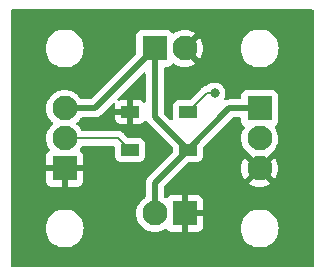
<source format=gbr>
%TF.GenerationSoftware,KiCad,Pcbnew,(6.0.7)*%
%TF.CreationDate,2022-11-13T21:56:09+01:00*%
%TF.ProjectId,LED Matrix,4c454420-4d61-4747-9269-782e6b696361,rev?*%
%TF.SameCoordinates,Original*%
%TF.FileFunction,Copper,L1,Top*%
%TF.FilePolarity,Positive*%
%FSLAX46Y46*%
G04 Gerber Fmt 4.6, Leading zero omitted, Abs format (unit mm)*
G04 Created by KiCad (PCBNEW (6.0.7)) date 2022-11-13 21:56:09*
%MOMM*%
%LPD*%
G01*
G04 APERTURE LIST*
%TA.AperFunction,SMDPad,CuDef*%
%ADD10R,1.500000X1.000000*%
%TD*%
%TA.AperFunction,ComponentPad*%
%ADD11R,2.100000X2.100000*%
%TD*%
%TA.AperFunction,ComponentPad*%
%ADD12C,2.100000*%
%TD*%
%TA.AperFunction,ViaPad*%
%ADD13C,0.800000*%
%TD*%
%TA.AperFunction,Conductor*%
%ADD14C,0.200000*%
%TD*%
%TA.AperFunction,Conductor*%
%ADD15C,0.500000*%
%TD*%
G04 APERTURE END LIST*
D10*
%TO.P,Pix1,1,VSS*%
%TO.N,/PixelSide/gnd*%
X119825000Y-87945000D03*
%TO.P,Pix1,2,DIN*%
%TO.N,/PixelSide/Data*%
X119825000Y-91145000D03*
%TO.P,Pix1,3,VDD*%
%TO.N,/PixelSide/5V*%
X124725000Y-91145000D03*
%TO.P,Pix1,4,DOUT*%
%TO.N,Net-(Out1-Pad2)*%
X124725000Y-87945000D03*
%TD*%
D11*
%TO.P,Out,1,Pin_1*%
%TO.N,/PixelSide/5V*%
X130810000Y-87630000D03*
D12*
%TO.P,Out,2,Pin_2*%
%TO.N,Net-(Out1-Pad2)*%
X130810000Y-90170000D03*
%TO.P,Out,3,Pin_3*%
%TO.N,/PixelSide/gnd*%
X130810000Y-92710000D03*
%TD*%
D11*
%TO.P,Top,1,Pin_1*%
%TO.N,/PixelSide/5V*%
X121920000Y-82550000D03*
D12*
%TO.P,Top,2,Pin_2*%
%TO.N,/PixelSide/gnd*%
X124460000Y-82550000D03*
%TD*%
D11*
%TO.P,Bottom,1,Pin_1*%
%TO.N,/PixelSide/gnd*%
X124460000Y-96520000D03*
D12*
%TO.P,Bottom,2,Pin_2*%
%TO.N,/PixelSide/5V*%
X121920000Y-96520000D03*
%TD*%
D11*
%TO.P,In,1,Pin_1*%
%TO.N,/PixelSide/gnd*%
X114300000Y-92710000D03*
D12*
%TO.P,In,2,Pin_2*%
%TO.N,/PixelSide/Data*%
X114300000Y-90170000D03*
%TO.P,In,3,Pin_3*%
%TO.N,/PixelSide/5V*%
X114300000Y-87630000D03*
%TD*%
D13*
%TO.N,Net-(Out1-Pad2)*%
X127000000Y-86360000D03*
%TD*%
D14*
%TO.N,Net-(Out1-Pad2)*%
X126310000Y-86360000D02*
X127000000Y-86360000D01*
X124725000Y-87945000D02*
X126310000Y-86360000D01*
%TO.N,/PixelSide/Data*%
X118850000Y-90170000D02*
X119825000Y-91145000D01*
X114300000Y-90170000D02*
X118850000Y-90170000D01*
D15*
%TO.N,/PixelSide/5V*%
X121920000Y-93950000D02*
X121920000Y-96520000D01*
X124725000Y-91145000D02*
X121920000Y-93950000D01*
X121920000Y-82550000D02*
X121920000Y-88340000D01*
X121920000Y-88340000D02*
X124725000Y-91145000D01*
X128240000Y-87630000D02*
X124725000Y-91145000D01*
X130810000Y-87630000D02*
X128240000Y-87630000D01*
X116840000Y-87630000D02*
X121920000Y-82550000D01*
X114300000Y-87630000D02*
X116840000Y-87630000D01*
%TD*%
%TA.AperFunction,Conductor*%
%TO.N,/PixelSide/gnd*%
G36*
X135323621Y-79268502D02*
G01*
X135370114Y-79322158D01*
X135381500Y-79374500D01*
X135381500Y-100965500D01*
X135361498Y-101033621D01*
X135307842Y-101080114D01*
X135255500Y-101091500D01*
X109854500Y-101091500D01*
X109786379Y-101071498D01*
X109739886Y-101017842D01*
X109728500Y-100965500D01*
X109728500Y-97790000D01*
X112686526Y-97790000D01*
X112706391Y-98042403D01*
X112707545Y-98047210D01*
X112707546Y-98047216D01*
X112716214Y-98083319D01*
X112765495Y-98288591D01*
X112862384Y-98522502D01*
X112994672Y-98738376D01*
X113159102Y-98930898D01*
X113351624Y-99095328D01*
X113567498Y-99227616D01*
X113572068Y-99229509D01*
X113572072Y-99229511D01*
X113796836Y-99322611D01*
X113801409Y-99324505D01*
X113886032Y-99344821D01*
X114042784Y-99382454D01*
X114042790Y-99382455D01*
X114047597Y-99383609D01*
X114147416Y-99391465D01*
X114234345Y-99398307D01*
X114234352Y-99398307D01*
X114236801Y-99398500D01*
X114363199Y-99398500D01*
X114365648Y-99398307D01*
X114365655Y-99398307D01*
X114452584Y-99391465D01*
X114552403Y-99383609D01*
X114557210Y-99382455D01*
X114557216Y-99382454D01*
X114713968Y-99344821D01*
X114798591Y-99324505D01*
X114803164Y-99322611D01*
X115027928Y-99229511D01*
X115027932Y-99229509D01*
X115032502Y-99227616D01*
X115248376Y-99095328D01*
X115440898Y-98930898D01*
X115605328Y-98738376D01*
X115737616Y-98522502D01*
X115834505Y-98288591D01*
X115883786Y-98083319D01*
X115892454Y-98047216D01*
X115892455Y-98047210D01*
X115893609Y-98042403D01*
X115913474Y-97790000D01*
X115893609Y-97537597D01*
X115834505Y-97291409D01*
X115737616Y-97057498D01*
X115605328Y-96841624D01*
X115440898Y-96649102D01*
X115248376Y-96484672D01*
X115032502Y-96352384D01*
X115027932Y-96350491D01*
X115027928Y-96350489D01*
X114803164Y-96257389D01*
X114803162Y-96257388D01*
X114798591Y-96255495D01*
X114713968Y-96235179D01*
X114557216Y-96197546D01*
X114557210Y-96197545D01*
X114552403Y-96196391D01*
X114452584Y-96188535D01*
X114365655Y-96181693D01*
X114365648Y-96181693D01*
X114363199Y-96181500D01*
X114236801Y-96181500D01*
X114234352Y-96181693D01*
X114234345Y-96181693D01*
X114147416Y-96188535D01*
X114047597Y-96196391D01*
X114042790Y-96197545D01*
X114042784Y-96197546D01*
X113886032Y-96235179D01*
X113801409Y-96255495D01*
X113796838Y-96257388D01*
X113796836Y-96257389D01*
X113572072Y-96350489D01*
X113572068Y-96350491D01*
X113567498Y-96352384D01*
X113351624Y-96484672D01*
X113159102Y-96649102D01*
X112994672Y-96841624D01*
X112862384Y-97057498D01*
X112765495Y-97291409D01*
X112706391Y-97537597D01*
X112686526Y-97790000D01*
X109728500Y-97790000D01*
X109728500Y-93804669D01*
X112742001Y-93804669D01*
X112742371Y-93811490D01*
X112747895Y-93862352D01*
X112751521Y-93877604D01*
X112796676Y-93998054D01*
X112805214Y-94013648D01*
X112881715Y-94115724D01*
X112894276Y-94128285D01*
X112996351Y-94204786D01*
X113011946Y-94213324D01*
X113132394Y-94258478D01*
X113147649Y-94262105D01*
X113198514Y-94267631D01*
X113205328Y-94268000D01*
X114027885Y-94268000D01*
X114043124Y-94263525D01*
X114044329Y-94262135D01*
X114046000Y-94254452D01*
X114046000Y-94249884D01*
X114554000Y-94249884D01*
X114558475Y-94265123D01*
X114559865Y-94266328D01*
X114567548Y-94267999D01*
X115394669Y-94267999D01*
X115401490Y-94267629D01*
X115452352Y-94262105D01*
X115467604Y-94258479D01*
X115588054Y-94213324D01*
X115603649Y-94204786D01*
X115705724Y-94128285D01*
X115718285Y-94115724D01*
X115794786Y-94013648D01*
X115803324Y-93998054D01*
X115848478Y-93877606D01*
X115852105Y-93862351D01*
X115857631Y-93811486D01*
X115858000Y-93804672D01*
X115858000Y-92982115D01*
X115853525Y-92966876D01*
X115852135Y-92965671D01*
X115844452Y-92964000D01*
X114572115Y-92964000D01*
X114556876Y-92968475D01*
X114555671Y-92969865D01*
X114554000Y-92977548D01*
X114554000Y-94249884D01*
X114046000Y-94249884D01*
X114046000Y-92982115D01*
X114041525Y-92966876D01*
X114040135Y-92965671D01*
X114032452Y-92964000D01*
X112760116Y-92964000D01*
X112744877Y-92968475D01*
X112743672Y-92969865D01*
X112742001Y-92977548D01*
X112742001Y-93804669D01*
X109728500Y-93804669D01*
X109728500Y-90170000D01*
X112736681Y-90170000D01*
X112755928Y-90414557D01*
X112757082Y-90419364D01*
X112757083Y-90419370D01*
X112784768Y-90534684D01*
X112813195Y-90653092D01*
X112907073Y-90879732D01*
X112987741Y-91011371D01*
X113016095Y-91057641D01*
X113034633Y-91126174D01*
X113013176Y-91193851D01*
X112984227Y-91224302D01*
X112894272Y-91291719D01*
X112881715Y-91304276D01*
X112805214Y-91406351D01*
X112796676Y-91421946D01*
X112751522Y-91542394D01*
X112747895Y-91557649D01*
X112742369Y-91608514D01*
X112742000Y-91615328D01*
X112742000Y-92437885D01*
X112746475Y-92453124D01*
X112747865Y-92454329D01*
X112755548Y-92456000D01*
X115839884Y-92456000D01*
X115855123Y-92451525D01*
X115856328Y-92450135D01*
X115857999Y-92442452D01*
X115857999Y-91615331D01*
X115857629Y-91608510D01*
X115852105Y-91557648D01*
X115848479Y-91542396D01*
X115803324Y-91421946D01*
X115794786Y-91406351D01*
X115718285Y-91304276D01*
X115705728Y-91291719D01*
X115615773Y-91224302D01*
X115573258Y-91167442D01*
X115568232Y-91096624D01*
X115583905Y-91057641D01*
X115612259Y-91011371D01*
X115692927Y-90879732D01*
X115702640Y-90856283D01*
X115747187Y-90801002D01*
X115819049Y-90778500D01*
X118440500Y-90778500D01*
X118508621Y-90798502D01*
X118555114Y-90852158D01*
X118566500Y-90904500D01*
X118566500Y-91693134D01*
X118573255Y-91755316D01*
X118624385Y-91891705D01*
X118711739Y-92008261D01*
X118828295Y-92095615D01*
X118964684Y-92146745D01*
X119026866Y-92153500D01*
X120623134Y-92153500D01*
X120685316Y-92146745D01*
X120821705Y-92095615D01*
X120938261Y-92008261D01*
X121025615Y-91891705D01*
X121076745Y-91755316D01*
X121083500Y-91693134D01*
X121083500Y-90596866D01*
X121076745Y-90534684D01*
X121025615Y-90398295D01*
X120938261Y-90281739D01*
X120821705Y-90194385D01*
X120685316Y-90143255D01*
X120623134Y-90136500D01*
X119729239Y-90136500D01*
X119661118Y-90116498D01*
X119640144Y-90099595D01*
X119314315Y-89773766D01*
X119303448Y-89761375D01*
X119289013Y-89742563D01*
X119283987Y-89736013D01*
X119252075Y-89711526D01*
X119252072Y-89711523D01*
X119163429Y-89643504D01*
X119163427Y-89643503D01*
X119156876Y-89638476D01*
X119008851Y-89577162D01*
X119000664Y-89576084D01*
X119000663Y-89576084D01*
X118989458Y-89574609D01*
X118958262Y-89570502D01*
X118889885Y-89561500D01*
X118889882Y-89561500D01*
X118889874Y-89561499D01*
X118858189Y-89557328D01*
X118850000Y-89556250D01*
X118818307Y-89560422D01*
X118801864Y-89561500D01*
X115819049Y-89561500D01*
X115750928Y-89541498D01*
X115702640Y-89483717D01*
X115694822Y-89464842D01*
X115694820Y-89464838D01*
X115692927Y-89460268D01*
X115564752Y-89251104D01*
X115405433Y-89064567D01*
X115380487Y-89043261D01*
X115324931Y-88995811D01*
X115286122Y-88936360D01*
X115285616Y-88865365D01*
X115324931Y-88804189D01*
X115401677Y-88738641D01*
X115405433Y-88735433D01*
X115476092Y-88652703D01*
X115561535Y-88552663D01*
X115561537Y-88552660D01*
X115564752Y-88548896D01*
X115601046Y-88489669D01*
X118567001Y-88489669D01*
X118567371Y-88496490D01*
X118572895Y-88547352D01*
X118576521Y-88562604D01*
X118621676Y-88683054D01*
X118630214Y-88698649D01*
X118706715Y-88800724D01*
X118719276Y-88813285D01*
X118821351Y-88889786D01*
X118836946Y-88898324D01*
X118957394Y-88943478D01*
X118972649Y-88947105D01*
X119023514Y-88952631D01*
X119030328Y-88953000D01*
X119552885Y-88953000D01*
X119568124Y-88948525D01*
X119569329Y-88947135D01*
X119571000Y-88939452D01*
X119571000Y-88217115D01*
X119566525Y-88201876D01*
X119565135Y-88200671D01*
X119557452Y-88199000D01*
X118585116Y-88199000D01*
X118569877Y-88203475D01*
X118568672Y-88204865D01*
X118567001Y-88212548D01*
X118567001Y-88489669D01*
X115601046Y-88489669D01*
X115626173Y-88448665D01*
X115678821Y-88401034D01*
X115733606Y-88388500D01*
X116772930Y-88388500D01*
X116791880Y-88389933D01*
X116806115Y-88392099D01*
X116806119Y-88392099D01*
X116813349Y-88393199D01*
X116820641Y-88392606D01*
X116820644Y-88392606D01*
X116866018Y-88388915D01*
X116876233Y-88388500D01*
X116884293Y-88388500D01*
X116897583Y-88386951D01*
X116912507Y-88385211D01*
X116916882Y-88384778D01*
X116982339Y-88379454D01*
X116982342Y-88379453D01*
X116989637Y-88378860D01*
X116996601Y-88376604D01*
X117002560Y-88375413D01*
X117008415Y-88374029D01*
X117015681Y-88373182D01*
X117084327Y-88348265D01*
X117088455Y-88346848D01*
X117150936Y-88326607D01*
X117150938Y-88326606D01*
X117157899Y-88324351D01*
X117164154Y-88320555D01*
X117169628Y-88318049D01*
X117175058Y-88315330D01*
X117181937Y-88312833D01*
X117242976Y-88272814D01*
X117246680Y-88270477D01*
X117309107Y-88232595D01*
X117317484Y-88225197D01*
X117317508Y-88225224D01*
X117320500Y-88222571D01*
X117323733Y-88219868D01*
X117329852Y-88215856D01*
X117383128Y-88159617D01*
X117385506Y-88157175D01*
X118381938Y-87160743D01*
X118444250Y-87126717D01*
X118515065Y-87131782D01*
X118571901Y-87174329D01*
X118596712Y-87240849D01*
X118589015Y-87294067D01*
X118576522Y-87327391D01*
X118572895Y-87342649D01*
X118567369Y-87393514D01*
X118567000Y-87400328D01*
X118567000Y-87672885D01*
X118571475Y-87688124D01*
X118572865Y-87689329D01*
X118580548Y-87691000D01*
X119552885Y-87691000D01*
X119568124Y-87686525D01*
X119569329Y-87685135D01*
X119571000Y-87677452D01*
X119571000Y-86955116D01*
X119566525Y-86939877D01*
X119565135Y-86938672D01*
X119557452Y-86937001D01*
X119030331Y-86937001D01*
X119023510Y-86937371D01*
X118972648Y-86942895D01*
X118957393Y-86946522D01*
X118924067Y-86959015D01*
X118853260Y-86964198D01*
X118790891Y-86930277D01*
X118756762Y-86868021D01*
X118761709Y-86797197D01*
X118790743Y-86751938D01*
X120946405Y-84596276D01*
X121008717Y-84562250D01*
X121079532Y-84567315D01*
X121136368Y-84609862D01*
X121161179Y-84676382D01*
X121161500Y-84685371D01*
X121161500Y-87003301D01*
X121141498Y-87071422D01*
X121087842Y-87117915D01*
X121017568Y-87128019D01*
X120952988Y-87098525D01*
X120946405Y-87092396D01*
X120930724Y-87076715D01*
X120828649Y-87000214D01*
X120813054Y-86991676D01*
X120692606Y-86946522D01*
X120677351Y-86942895D01*
X120626486Y-86937369D01*
X120619672Y-86937000D01*
X120097115Y-86937000D01*
X120081876Y-86941475D01*
X120080671Y-86942865D01*
X120079000Y-86950548D01*
X120079000Y-88934884D01*
X120083475Y-88950123D01*
X120084865Y-88951328D01*
X120092548Y-88952999D01*
X120619669Y-88952999D01*
X120626490Y-88952629D01*
X120677352Y-88947105D01*
X120692604Y-88943479D01*
X120813054Y-88898324D01*
X120828649Y-88889786D01*
X120930724Y-88813285D01*
X120943285Y-88800724D01*
X121019788Y-88698646D01*
X121022891Y-88692978D01*
X121073149Y-88642832D01*
X121142540Y-88627818D01*
X121209032Y-88652703D01*
X121238783Y-88684402D01*
X121277186Y-88742976D01*
X121279523Y-88746680D01*
X121317405Y-88809107D01*
X121321121Y-88813315D01*
X121321122Y-88813316D01*
X121324803Y-88817484D01*
X121324776Y-88817508D01*
X121327429Y-88820500D01*
X121330132Y-88823733D01*
X121334144Y-88829852D01*
X121339456Y-88834884D01*
X121390383Y-88883128D01*
X121392825Y-88885506D01*
X123429595Y-90922276D01*
X123463621Y-90984588D01*
X123466500Y-91011371D01*
X123466500Y-91278629D01*
X123446498Y-91346750D01*
X123429595Y-91367724D01*
X121431089Y-93366230D01*
X121416677Y-93378616D01*
X121405082Y-93387149D01*
X121405077Y-93387154D01*
X121399182Y-93391492D01*
X121394443Y-93397070D01*
X121394440Y-93397073D01*
X121364965Y-93431768D01*
X121358035Y-93439284D01*
X121352340Y-93444979D01*
X121350060Y-93447861D01*
X121334719Y-93467251D01*
X121331928Y-93470655D01*
X121289409Y-93520703D01*
X121284667Y-93526285D01*
X121281339Y-93532801D01*
X121277972Y-93537850D01*
X121274805Y-93542979D01*
X121270266Y-93548716D01*
X121239345Y-93614875D01*
X121237442Y-93618769D01*
X121204231Y-93683808D01*
X121202492Y-93690916D01*
X121200393Y-93696559D01*
X121198476Y-93702322D01*
X121195378Y-93708950D01*
X121193888Y-93716112D01*
X121193888Y-93716113D01*
X121180514Y-93780412D01*
X121179544Y-93784696D01*
X121162192Y-93855610D01*
X121161500Y-93866764D01*
X121161464Y-93866762D01*
X121161225Y-93870755D01*
X121160851Y-93874947D01*
X121159360Y-93882115D01*
X121159558Y-93889432D01*
X121161454Y-93959521D01*
X121161500Y-93962928D01*
X121161500Y-95086394D01*
X121141498Y-95154515D01*
X121101335Y-95193827D01*
X121001104Y-95255248D01*
X120997340Y-95258463D01*
X120997337Y-95258465D01*
X120818323Y-95411359D01*
X120814567Y-95414567D01*
X120655248Y-95601104D01*
X120527073Y-95810268D01*
X120433195Y-96036908D01*
X120432040Y-96041720D01*
X120378886Y-96263124D01*
X120375928Y-96275443D01*
X120356681Y-96520000D01*
X120375928Y-96764557D01*
X120377082Y-96769364D01*
X120377083Y-96769370D01*
X120394430Y-96841624D01*
X120433195Y-97003092D01*
X120527073Y-97229732D01*
X120655248Y-97438896D01*
X120658463Y-97442660D01*
X120658465Y-97442663D01*
X120739547Y-97537597D01*
X120814567Y-97625433D01*
X120818323Y-97628641D01*
X120887362Y-97687606D01*
X121001104Y-97784752D01*
X121005327Y-97787340D01*
X121005330Y-97787342D01*
X121074515Y-97829738D01*
X121210268Y-97912927D01*
X121354967Y-97972864D01*
X121432335Y-98004911D01*
X121432337Y-98004912D01*
X121436908Y-98006805D01*
X121505715Y-98023324D01*
X121670630Y-98062917D01*
X121670636Y-98062918D01*
X121675443Y-98064072D01*
X121920000Y-98083319D01*
X122164557Y-98064072D01*
X122169364Y-98062918D01*
X122169370Y-98062917D01*
X122334285Y-98023324D01*
X122403092Y-98006805D01*
X122407663Y-98004912D01*
X122407665Y-98004911D01*
X122485033Y-97972864D01*
X122629732Y-97912927D01*
X122807641Y-97803905D01*
X122876174Y-97785367D01*
X122943851Y-97806824D01*
X122974302Y-97835773D01*
X123041719Y-97925728D01*
X123054276Y-97938285D01*
X123156351Y-98014786D01*
X123171946Y-98023324D01*
X123292394Y-98068478D01*
X123307649Y-98072105D01*
X123358514Y-98077631D01*
X123365328Y-98078000D01*
X124187885Y-98078000D01*
X124203124Y-98073525D01*
X124204329Y-98072135D01*
X124206000Y-98064452D01*
X124206000Y-98059884D01*
X124714000Y-98059884D01*
X124718475Y-98075123D01*
X124719865Y-98076328D01*
X124727548Y-98077999D01*
X125554669Y-98077999D01*
X125561490Y-98077629D01*
X125612352Y-98072105D01*
X125627604Y-98068479D01*
X125748054Y-98023324D01*
X125763649Y-98014786D01*
X125865724Y-97938285D01*
X125878285Y-97925724D01*
X125954786Y-97823649D01*
X125963324Y-97808054D01*
X125970092Y-97790000D01*
X129196526Y-97790000D01*
X129216391Y-98042403D01*
X129217545Y-98047210D01*
X129217546Y-98047216D01*
X129226214Y-98083319D01*
X129275495Y-98288591D01*
X129372384Y-98522502D01*
X129504672Y-98738376D01*
X129669102Y-98930898D01*
X129861624Y-99095328D01*
X130077498Y-99227616D01*
X130082068Y-99229509D01*
X130082072Y-99229511D01*
X130306836Y-99322611D01*
X130311409Y-99324505D01*
X130396032Y-99344821D01*
X130552784Y-99382454D01*
X130552790Y-99382455D01*
X130557597Y-99383609D01*
X130657416Y-99391465D01*
X130744345Y-99398307D01*
X130744352Y-99398307D01*
X130746801Y-99398500D01*
X130873199Y-99398500D01*
X130875648Y-99398307D01*
X130875655Y-99398307D01*
X130962584Y-99391465D01*
X131062403Y-99383609D01*
X131067210Y-99382455D01*
X131067216Y-99382454D01*
X131223968Y-99344821D01*
X131308591Y-99324505D01*
X131313164Y-99322611D01*
X131537928Y-99229511D01*
X131537932Y-99229509D01*
X131542502Y-99227616D01*
X131758376Y-99095328D01*
X131950898Y-98930898D01*
X132115328Y-98738376D01*
X132247616Y-98522502D01*
X132344505Y-98288591D01*
X132393786Y-98083319D01*
X132402454Y-98047216D01*
X132402455Y-98047210D01*
X132403609Y-98042403D01*
X132423474Y-97790000D01*
X132403609Y-97537597D01*
X132344505Y-97291409D01*
X132247616Y-97057498D01*
X132115328Y-96841624D01*
X131950898Y-96649102D01*
X131758376Y-96484672D01*
X131542502Y-96352384D01*
X131537932Y-96350491D01*
X131537928Y-96350489D01*
X131313164Y-96257389D01*
X131313162Y-96257388D01*
X131308591Y-96255495D01*
X131223968Y-96235179D01*
X131067216Y-96197546D01*
X131067210Y-96197545D01*
X131062403Y-96196391D01*
X130962584Y-96188535D01*
X130875655Y-96181693D01*
X130875648Y-96181693D01*
X130873199Y-96181500D01*
X130746801Y-96181500D01*
X130744352Y-96181693D01*
X130744345Y-96181693D01*
X130657416Y-96188535D01*
X130557597Y-96196391D01*
X130552790Y-96197545D01*
X130552784Y-96197546D01*
X130396032Y-96235179D01*
X130311409Y-96255495D01*
X130306838Y-96257388D01*
X130306836Y-96257389D01*
X130082072Y-96350489D01*
X130082068Y-96350491D01*
X130077498Y-96352384D01*
X129861624Y-96484672D01*
X129669102Y-96649102D01*
X129504672Y-96841624D01*
X129372384Y-97057498D01*
X129275495Y-97291409D01*
X129216391Y-97537597D01*
X129196526Y-97790000D01*
X125970092Y-97790000D01*
X126008478Y-97687606D01*
X126012105Y-97672351D01*
X126017631Y-97621486D01*
X126018000Y-97614672D01*
X126018000Y-96792115D01*
X126013525Y-96776876D01*
X126012135Y-96775671D01*
X126004452Y-96774000D01*
X124732115Y-96774000D01*
X124716876Y-96778475D01*
X124715671Y-96779865D01*
X124714000Y-96787548D01*
X124714000Y-98059884D01*
X124206000Y-98059884D01*
X124206000Y-96247885D01*
X124714000Y-96247885D01*
X124718475Y-96263124D01*
X124719865Y-96264329D01*
X124727548Y-96266000D01*
X125999884Y-96266000D01*
X126015123Y-96261525D01*
X126016328Y-96260135D01*
X126017999Y-96252452D01*
X126017999Y-95425331D01*
X126017629Y-95418510D01*
X126012105Y-95367648D01*
X126008479Y-95352396D01*
X125963324Y-95231946D01*
X125954786Y-95216351D01*
X125878285Y-95114276D01*
X125865724Y-95101715D01*
X125763649Y-95025214D01*
X125748054Y-95016676D01*
X125627606Y-94971522D01*
X125612351Y-94967895D01*
X125561486Y-94962369D01*
X125554672Y-94962000D01*
X124732115Y-94962000D01*
X124716876Y-94966475D01*
X124715671Y-94967865D01*
X124714000Y-94975548D01*
X124714000Y-96247885D01*
X124206000Y-96247885D01*
X124206000Y-94980116D01*
X124201525Y-94964877D01*
X124200135Y-94963672D01*
X124192452Y-94962001D01*
X123365331Y-94962001D01*
X123358510Y-94962371D01*
X123307648Y-94967895D01*
X123292396Y-94971521D01*
X123171946Y-95016676D01*
X123156351Y-95025214D01*
X123054276Y-95101715D01*
X123041719Y-95114272D01*
X122974302Y-95204227D01*
X122917442Y-95246742D01*
X122846624Y-95251768D01*
X122807643Y-95236096D01*
X122738665Y-95193827D01*
X122691034Y-95141179D01*
X122678500Y-95086394D01*
X122678500Y-94316371D01*
X122698502Y-94248250D01*
X122715405Y-94227276D01*
X122963651Y-93979030D01*
X129905800Y-93979030D01*
X129911527Y-93986680D01*
X130096272Y-94099893D01*
X130105067Y-94104375D01*
X130322490Y-94194434D01*
X130331875Y-94197483D01*
X130560708Y-94252422D01*
X130570455Y-94253965D01*
X130805070Y-94272430D01*
X130814930Y-94272430D01*
X131049545Y-94253965D01*
X131059292Y-94252422D01*
X131288125Y-94197483D01*
X131297510Y-94194434D01*
X131514933Y-94104375D01*
X131523728Y-94099893D01*
X131704805Y-93988928D01*
X131714267Y-93978470D01*
X131710484Y-93969694D01*
X130822812Y-93082022D01*
X130808868Y-93074408D01*
X130807035Y-93074539D01*
X130800420Y-93078790D01*
X129912560Y-93966650D01*
X129905800Y-93979030D01*
X122963651Y-93979030D01*
X124227751Y-92714930D01*
X129247570Y-92714930D01*
X129266035Y-92949545D01*
X129267578Y-92959292D01*
X129322517Y-93188125D01*
X129325566Y-93197510D01*
X129415625Y-93414933D01*
X129420107Y-93423728D01*
X129531072Y-93604805D01*
X129541530Y-93614267D01*
X129550306Y-93610484D01*
X130437978Y-92722812D01*
X130444356Y-92711132D01*
X131174408Y-92711132D01*
X131174539Y-92712965D01*
X131178790Y-92719580D01*
X132066650Y-93607440D01*
X132079030Y-93614200D01*
X132086680Y-93608473D01*
X132199893Y-93423728D01*
X132204375Y-93414933D01*
X132294434Y-93197510D01*
X132297483Y-93188125D01*
X132352422Y-92959292D01*
X132353965Y-92949545D01*
X132372430Y-92714930D01*
X132372430Y-92705070D01*
X132353965Y-92470455D01*
X132352422Y-92460708D01*
X132297483Y-92231875D01*
X132294434Y-92222490D01*
X132204375Y-92005067D01*
X132199893Y-91996272D01*
X132088928Y-91815195D01*
X132078470Y-91805733D01*
X132069694Y-91809516D01*
X131182022Y-92697188D01*
X131174408Y-92711132D01*
X130444356Y-92711132D01*
X130445592Y-92708868D01*
X130445461Y-92707035D01*
X130441210Y-92700420D01*
X129553350Y-91812560D01*
X129540970Y-91805800D01*
X129533320Y-91811527D01*
X129420107Y-91996272D01*
X129415625Y-92005067D01*
X129325566Y-92222490D01*
X129322517Y-92231875D01*
X129267578Y-92460708D01*
X129266035Y-92470455D01*
X129247570Y-92705070D01*
X129247570Y-92714930D01*
X124227751Y-92714930D01*
X124752276Y-92190405D01*
X124814588Y-92156379D01*
X124841371Y-92153500D01*
X125523134Y-92153500D01*
X125585316Y-92146745D01*
X125721705Y-92095615D01*
X125838261Y-92008261D01*
X125925615Y-91891705D01*
X125976745Y-91755316D01*
X125983500Y-91693134D01*
X125983500Y-91011371D01*
X126003502Y-90943250D01*
X126020405Y-90922276D01*
X128517276Y-88425405D01*
X128579588Y-88391379D01*
X128606371Y-88388500D01*
X129125500Y-88388500D01*
X129193621Y-88408502D01*
X129240114Y-88462158D01*
X129251500Y-88514500D01*
X129251500Y-88728134D01*
X129258255Y-88790316D01*
X129309385Y-88926705D01*
X129396739Y-89043261D01*
X129449321Y-89082669D01*
X129493965Y-89116128D01*
X129536479Y-89172988D01*
X129541504Y-89243806D01*
X129525832Y-89282788D01*
X129417073Y-89460268D01*
X129323195Y-89686908D01*
X129265928Y-89925443D01*
X129246681Y-90170000D01*
X129265928Y-90414557D01*
X129267082Y-90419364D01*
X129267083Y-90419370D01*
X129294768Y-90534684D01*
X129323195Y-90653092D01*
X129417073Y-90879732D01*
X129545248Y-91088896D01*
X129548463Y-91092660D01*
X129548465Y-91092663D01*
X129612333Y-91167442D01*
X129704567Y-91275433D01*
X129891104Y-91434752D01*
X129893451Y-91436190D01*
X129906815Y-91447605D01*
X130797188Y-92337978D01*
X130811132Y-92345592D01*
X130812965Y-92345461D01*
X130819580Y-92341210D01*
X131713185Y-91447605D01*
X131726549Y-91436190D01*
X131728896Y-91434752D01*
X131915433Y-91275433D01*
X132007667Y-91167442D01*
X132071535Y-91092663D01*
X132071537Y-91092660D01*
X132074752Y-91088896D01*
X132202927Y-90879732D01*
X132296805Y-90653092D01*
X132325232Y-90534684D01*
X132352917Y-90419370D01*
X132352918Y-90419364D01*
X132354072Y-90414557D01*
X132373319Y-90170000D01*
X132354072Y-89925443D01*
X132296805Y-89686908D01*
X132202927Y-89460268D01*
X132094168Y-89282788D01*
X132075630Y-89214255D01*
X132097087Y-89146578D01*
X132126035Y-89116128D01*
X132170679Y-89082669D01*
X132223261Y-89043261D01*
X132310615Y-88926705D01*
X132361745Y-88790316D01*
X132368500Y-88728134D01*
X132368500Y-86531866D01*
X132361745Y-86469684D01*
X132310615Y-86333295D01*
X132223261Y-86216739D01*
X132106705Y-86129385D01*
X131970316Y-86078255D01*
X131908134Y-86071500D01*
X129711866Y-86071500D01*
X129649684Y-86078255D01*
X129513295Y-86129385D01*
X129396739Y-86216739D01*
X129309385Y-86333295D01*
X129258255Y-86469684D01*
X129251500Y-86531866D01*
X129251500Y-86745500D01*
X129231498Y-86813621D01*
X129177842Y-86860114D01*
X129125500Y-86871500D01*
X128307070Y-86871500D01*
X128288120Y-86870067D01*
X128273885Y-86867901D01*
X128273881Y-86867901D01*
X128266651Y-86866801D01*
X128259359Y-86867394D01*
X128259356Y-86867394D01*
X128213982Y-86871085D01*
X128203767Y-86871500D01*
X128195707Y-86871500D01*
X128192073Y-86871924D01*
X128192067Y-86871924D01*
X128179042Y-86873443D01*
X128167480Y-86874791D01*
X128163132Y-86875221D01*
X128141059Y-86877016D01*
X128097662Y-86880546D01*
X128097659Y-86880547D01*
X128090364Y-86881140D01*
X128083400Y-86883396D01*
X128077461Y-86884583D01*
X128071590Y-86885970D01*
X128064319Y-86886818D01*
X128057443Y-86889314D01*
X128057434Y-86889316D01*
X127995702Y-86911725D01*
X127991580Y-86913140D01*
X127981290Y-86916474D01*
X127910323Y-86918438D01*
X127849557Y-86881721D01*
X127818289Y-86817981D01*
X127826445Y-86747454D01*
X127828779Y-86742769D01*
X127831224Y-86737277D01*
X127834527Y-86731556D01*
X127893542Y-86549928D01*
X127895441Y-86531866D01*
X127912814Y-86366565D01*
X127913504Y-86360000D01*
X127900385Y-86235180D01*
X127894232Y-86176635D01*
X127894232Y-86176633D01*
X127893542Y-86170072D01*
X127834527Y-85988444D01*
X127820282Y-85963770D01*
X127742341Y-85828774D01*
X127739040Y-85823056D01*
X127669606Y-85745941D01*
X127615675Y-85686045D01*
X127615674Y-85686044D01*
X127611253Y-85681134D01*
X127456752Y-85568882D01*
X127450724Y-85566198D01*
X127450722Y-85566197D01*
X127288319Y-85493891D01*
X127288318Y-85493891D01*
X127282288Y-85491206D01*
X127188887Y-85471353D01*
X127101944Y-85452872D01*
X127101939Y-85452872D01*
X127095487Y-85451500D01*
X126904513Y-85451500D01*
X126898061Y-85452872D01*
X126898056Y-85452872D01*
X126811113Y-85471353D01*
X126717712Y-85491206D01*
X126711682Y-85493891D01*
X126711681Y-85493891D01*
X126549278Y-85566197D01*
X126549276Y-85566198D01*
X126543248Y-85568882D01*
X126388747Y-85681134D01*
X126384334Y-85686035D01*
X126384333Y-85686036D01*
X126363926Y-85708701D01*
X126303480Y-85745941D01*
X126286734Y-85749313D01*
X126270128Y-85751499D01*
X126270116Y-85751500D01*
X126270113Y-85751500D01*
X126270104Y-85751501D01*
X126159338Y-85766084D01*
X126151150Y-85767162D01*
X126003125Y-85828476D01*
X126003123Y-85828477D01*
X126003124Y-85828477D01*
X125907928Y-85901523D01*
X125907925Y-85901526D01*
X125876013Y-85926013D01*
X125870983Y-85932568D01*
X125856548Y-85951379D01*
X125845681Y-85963770D01*
X124909856Y-86899595D01*
X124847544Y-86933621D01*
X124820761Y-86936500D01*
X123926866Y-86936500D01*
X123864684Y-86943255D01*
X123728295Y-86994385D01*
X123611739Y-87081739D01*
X123524385Y-87198295D01*
X123473255Y-87334684D01*
X123466500Y-87396866D01*
X123466500Y-88493134D01*
X123466869Y-88496527D01*
X123466941Y-88497191D01*
X123466913Y-88497346D01*
X123467053Y-88499928D01*
X123466445Y-88499961D01*
X123454418Y-88567075D01*
X123406101Y-88619094D01*
X123337331Y-88636733D01*
X123269941Y-88614392D01*
X123252584Y-88599903D01*
X122715405Y-88062724D01*
X122681379Y-88000412D01*
X122678500Y-87973629D01*
X122678500Y-84234500D01*
X122698502Y-84166379D01*
X122752158Y-84119886D01*
X122804500Y-84108500D01*
X123018134Y-84108500D01*
X123080316Y-84101745D01*
X123216705Y-84050615D01*
X123333261Y-83963261D01*
X123406430Y-83865633D01*
X123463288Y-83823118D01*
X123534107Y-83818092D01*
X123573090Y-83833766D01*
X123746272Y-83939893D01*
X123755067Y-83944375D01*
X123972490Y-84034434D01*
X123981875Y-84037483D01*
X124210708Y-84092422D01*
X124220455Y-84093965D01*
X124455070Y-84112430D01*
X124464930Y-84112430D01*
X124699545Y-84093965D01*
X124709292Y-84092422D01*
X124938125Y-84037483D01*
X124947510Y-84034434D01*
X125164933Y-83944375D01*
X125173728Y-83939893D01*
X125354805Y-83828928D01*
X125364267Y-83818470D01*
X125360484Y-83809694D01*
X124189885Y-82639095D01*
X124155859Y-82576783D01*
X124157694Y-82551132D01*
X124824408Y-82551132D01*
X124824539Y-82552965D01*
X124828790Y-82559580D01*
X125716650Y-83447440D01*
X125729030Y-83454200D01*
X125736680Y-83448473D01*
X125849893Y-83263728D01*
X125854375Y-83254933D01*
X125944434Y-83037510D01*
X125947483Y-83028125D01*
X126002422Y-82799292D01*
X126003965Y-82789545D01*
X126022430Y-82554930D01*
X126022430Y-82550000D01*
X129196526Y-82550000D01*
X129216391Y-82802403D01*
X129275495Y-83048591D01*
X129277388Y-83053162D01*
X129277389Y-83053164D01*
X129364608Y-83263728D01*
X129372384Y-83282502D01*
X129504672Y-83498376D01*
X129669102Y-83690898D01*
X129861624Y-83855328D01*
X130077498Y-83987616D01*
X130082068Y-83989509D01*
X130082072Y-83989511D01*
X130306836Y-84082611D01*
X130311409Y-84084505D01*
X130396032Y-84104821D01*
X130552784Y-84142454D01*
X130552790Y-84142455D01*
X130557597Y-84143609D01*
X130657416Y-84151465D01*
X130744345Y-84158307D01*
X130744352Y-84158307D01*
X130746801Y-84158500D01*
X130873199Y-84158500D01*
X130875648Y-84158307D01*
X130875655Y-84158307D01*
X130962584Y-84151465D01*
X131062403Y-84143609D01*
X131067210Y-84142455D01*
X131067216Y-84142454D01*
X131223968Y-84104821D01*
X131308591Y-84084505D01*
X131313164Y-84082611D01*
X131537928Y-83989511D01*
X131537932Y-83989509D01*
X131542502Y-83987616D01*
X131758376Y-83855328D01*
X131950898Y-83690898D01*
X132115328Y-83498376D01*
X132247616Y-83282502D01*
X132255393Y-83263728D01*
X132342611Y-83053164D01*
X132342612Y-83053162D01*
X132344505Y-83048591D01*
X132403609Y-82802403D01*
X132423474Y-82550000D01*
X132403609Y-82297597D01*
X132344505Y-82051409D01*
X132342611Y-82046836D01*
X132249511Y-81822072D01*
X132249509Y-81822068D01*
X132247616Y-81817498D01*
X132115328Y-81601624D01*
X131950898Y-81409102D01*
X131758376Y-81244672D01*
X131542502Y-81112384D01*
X131537932Y-81110491D01*
X131537928Y-81110489D01*
X131313164Y-81017389D01*
X131313162Y-81017388D01*
X131308591Y-81015495D01*
X131192274Y-80987570D01*
X131067216Y-80957546D01*
X131067210Y-80957545D01*
X131062403Y-80956391D01*
X130962584Y-80948535D01*
X130875655Y-80941693D01*
X130875648Y-80941693D01*
X130873199Y-80941500D01*
X130746801Y-80941500D01*
X130744352Y-80941693D01*
X130744345Y-80941693D01*
X130657416Y-80948535D01*
X130557597Y-80956391D01*
X130552790Y-80957545D01*
X130552784Y-80957546D01*
X130427726Y-80987570D01*
X130311409Y-81015495D01*
X130306838Y-81017388D01*
X130306836Y-81017389D01*
X130082072Y-81110489D01*
X130082068Y-81110491D01*
X130077498Y-81112384D01*
X129861624Y-81244672D01*
X129669102Y-81409102D01*
X129504672Y-81601624D01*
X129372384Y-81817498D01*
X129370491Y-81822068D01*
X129370489Y-81822072D01*
X129277389Y-82046836D01*
X129275495Y-82051409D01*
X129216391Y-82297597D01*
X129196526Y-82550000D01*
X126022430Y-82550000D01*
X126022430Y-82545070D01*
X126003965Y-82310455D01*
X126002422Y-82300708D01*
X125947483Y-82071875D01*
X125944434Y-82062490D01*
X125854375Y-81845067D01*
X125849893Y-81836272D01*
X125738928Y-81655195D01*
X125728470Y-81645733D01*
X125719694Y-81649516D01*
X124832022Y-82537188D01*
X124824408Y-82551132D01*
X124157694Y-82551132D01*
X124160924Y-82505968D01*
X124189885Y-82460905D01*
X125357440Y-81293350D01*
X125364200Y-81280970D01*
X125358473Y-81273320D01*
X125173728Y-81160107D01*
X125164933Y-81155625D01*
X124947510Y-81065566D01*
X124938125Y-81062517D01*
X124709292Y-81007578D01*
X124699545Y-81006035D01*
X124464930Y-80987570D01*
X124455070Y-80987570D01*
X124220455Y-81006035D01*
X124210708Y-81007578D01*
X123981875Y-81062517D01*
X123972490Y-81065566D01*
X123755067Y-81155625D01*
X123746272Y-81160107D01*
X123573090Y-81266234D01*
X123504557Y-81284773D01*
X123436880Y-81263317D01*
X123406429Y-81234367D01*
X123338642Y-81143919D01*
X123333261Y-81136739D01*
X123216705Y-81049385D01*
X123080316Y-80998255D01*
X123018134Y-80991500D01*
X120821866Y-80991500D01*
X120759684Y-80998255D01*
X120623295Y-81049385D01*
X120506739Y-81136739D01*
X120419385Y-81253295D01*
X120368255Y-81389684D01*
X120361500Y-81451866D01*
X120361500Y-82983629D01*
X120341498Y-83051750D01*
X120324595Y-83072724D01*
X116562724Y-86834595D01*
X116500412Y-86868621D01*
X116473629Y-86871500D01*
X115733606Y-86871500D01*
X115665485Y-86851498D01*
X115626173Y-86811335D01*
X115617509Y-86797197D01*
X115564752Y-86711104D01*
X115432456Y-86556206D01*
X115408641Y-86528323D01*
X115405433Y-86524567D01*
X115218896Y-86365248D01*
X115214673Y-86362660D01*
X115214670Y-86362658D01*
X115145485Y-86320262D01*
X115009732Y-86237073D01*
X114832822Y-86163794D01*
X114787665Y-86145089D01*
X114787663Y-86145088D01*
X114783092Y-86143195D01*
X114700437Y-86123351D01*
X114549370Y-86087083D01*
X114549364Y-86087082D01*
X114544557Y-86085928D01*
X114300000Y-86066681D01*
X114055443Y-86085928D01*
X114050636Y-86087082D01*
X114050630Y-86087083D01*
X113899563Y-86123351D01*
X113816908Y-86143195D01*
X113812337Y-86145088D01*
X113812335Y-86145089D01*
X113767178Y-86163794D01*
X113590268Y-86237073D01*
X113454515Y-86320262D01*
X113385330Y-86362658D01*
X113385327Y-86362660D01*
X113381104Y-86365248D01*
X113194567Y-86524567D01*
X113191359Y-86528323D01*
X113167545Y-86556206D01*
X113035248Y-86711104D01*
X113032660Y-86715327D01*
X113032658Y-86715330D01*
X113022715Y-86731556D01*
X112907073Y-86920268D01*
X112813195Y-87146908D01*
X112755928Y-87385443D01*
X112736681Y-87630000D01*
X112755928Y-87874557D01*
X112813195Y-88113092D01*
X112907073Y-88339732D01*
X112959573Y-88425405D01*
X113005241Y-88499928D01*
X113035248Y-88548896D01*
X113038463Y-88552660D01*
X113038465Y-88552663D01*
X113123908Y-88652703D01*
X113194567Y-88735433D01*
X113198323Y-88738641D01*
X113275069Y-88804189D01*
X113313878Y-88863640D01*
X113314384Y-88934635D01*
X113275069Y-88995811D01*
X113219513Y-89043261D01*
X113194567Y-89064567D01*
X113035248Y-89251104D01*
X112907073Y-89460268D01*
X112813195Y-89686908D01*
X112755928Y-89925443D01*
X112736681Y-90170000D01*
X109728500Y-90170000D01*
X109728500Y-82550000D01*
X112686526Y-82550000D01*
X112706391Y-82802403D01*
X112765495Y-83048591D01*
X112767388Y-83053162D01*
X112767389Y-83053164D01*
X112854608Y-83263728D01*
X112862384Y-83282502D01*
X112994672Y-83498376D01*
X113159102Y-83690898D01*
X113351624Y-83855328D01*
X113567498Y-83987616D01*
X113572068Y-83989509D01*
X113572072Y-83989511D01*
X113796836Y-84082611D01*
X113801409Y-84084505D01*
X113886032Y-84104821D01*
X114042784Y-84142454D01*
X114042790Y-84142455D01*
X114047597Y-84143609D01*
X114147416Y-84151465D01*
X114234345Y-84158307D01*
X114234352Y-84158307D01*
X114236801Y-84158500D01*
X114363199Y-84158500D01*
X114365648Y-84158307D01*
X114365655Y-84158307D01*
X114452584Y-84151465D01*
X114552403Y-84143609D01*
X114557210Y-84142455D01*
X114557216Y-84142454D01*
X114713968Y-84104821D01*
X114798591Y-84084505D01*
X114803164Y-84082611D01*
X115027928Y-83989511D01*
X115027932Y-83989509D01*
X115032502Y-83987616D01*
X115248376Y-83855328D01*
X115440898Y-83690898D01*
X115605328Y-83498376D01*
X115737616Y-83282502D01*
X115745393Y-83263728D01*
X115832611Y-83053164D01*
X115832612Y-83053162D01*
X115834505Y-83048591D01*
X115893609Y-82802403D01*
X115913474Y-82550000D01*
X115893609Y-82297597D01*
X115834505Y-82051409D01*
X115832611Y-82046836D01*
X115739511Y-81822072D01*
X115739509Y-81822068D01*
X115737616Y-81817498D01*
X115605328Y-81601624D01*
X115440898Y-81409102D01*
X115248376Y-81244672D01*
X115032502Y-81112384D01*
X115027932Y-81110491D01*
X115027928Y-81110489D01*
X114803164Y-81017389D01*
X114803162Y-81017388D01*
X114798591Y-81015495D01*
X114682274Y-80987570D01*
X114557216Y-80957546D01*
X114557210Y-80957545D01*
X114552403Y-80956391D01*
X114452584Y-80948535D01*
X114365655Y-80941693D01*
X114365648Y-80941693D01*
X114363199Y-80941500D01*
X114236801Y-80941500D01*
X114234352Y-80941693D01*
X114234345Y-80941693D01*
X114147416Y-80948535D01*
X114047597Y-80956391D01*
X114042790Y-80957545D01*
X114042784Y-80957546D01*
X113917726Y-80987570D01*
X113801409Y-81015495D01*
X113796838Y-81017388D01*
X113796836Y-81017389D01*
X113572072Y-81110489D01*
X113572068Y-81110491D01*
X113567498Y-81112384D01*
X113351624Y-81244672D01*
X113159102Y-81409102D01*
X112994672Y-81601624D01*
X112862384Y-81817498D01*
X112860491Y-81822068D01*
X112860489Y-81822072D01*
X112767389Y-82046836D01*
X112765495Y-82051409D01*
X112706391Y-82297597D01*
X112686526Y-82550000D01*
X109728500Y-82550000D01*
X109728500Y-79374500D01*
X109748502Y-79306379D01*
X109802158Y-79259886D01*
X109854500Y-79248500D01*
X135255500Y-79248500D01*
X135323621Y-79268502D01*
G37*
%TD.AperFunction*%
%TD*%
M02*

</source>
